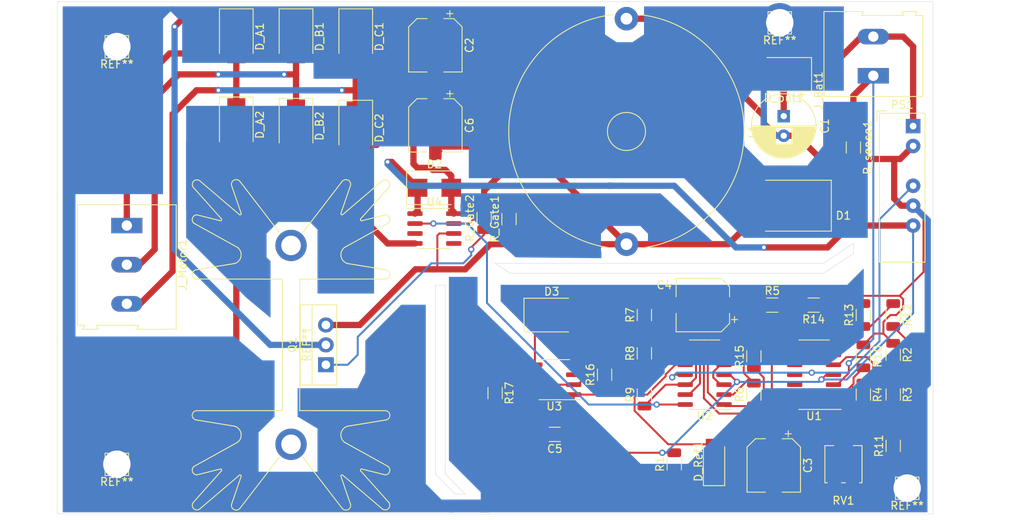
<source format=kicad_pcb>
(kicad_pcb (version 20171130) (host pcbnew "(5.1.8)-1")
  (layers (0 F.Cu signal) (31 B.Cu signal) (34 B.Paste user) (35 F.Paste user) (36 B.SilkS user) (37 F.SilkS user) (38 B.Mask user) (39 F.Mask user) (44 Edge.Cuts user))
  (net 0 "")
  (net 1 "Net-(C1-Pad1)")
  (net 2 "Net-(C2-Pad1)")
  (net 3 "Net-(R2-Pad2)")
  (net 4 GND)
  (net 5 "Net-(C3-Pad1)")
  (net 6 "Net-(C4-Pad2)")
  (net 7 "Net-(C4-Pad1)")
  (net 8 PWM_REF)
  (net 9 "Net-(C6-Pad2)")
  (net 10 "Net-(C6-Pad1)")
  (net 11 +12V)
  (net 12 "Net-(D3-Pad2)")
  (net 13 "Net-(D3-Pad1)")
  (net 14 V_Bat)
  (net 15 "Net-(D_Ref1-Pad1)")
  (net 16 V_sense)
  (net 17 -12V)
  (net 18 "Net-(Q1-Pad1)")
  (net 19 "Net-(R3-Pad2)")
  (net 20 "Net-(R13-Pad2)")
  (net 21 "Net-(R5-Pad1)")
  (net 22 "Net-(R6-Pad1)")
  (net 23 "Net-(R15-Pad1)")
  (net 24 "Net-(R8-Pad1)")
  (net 25 "Net-(R9-Pad1)")
  (net 26 "Net-(R10-Pad2)")
  (net 27 "Net-(R11-Pad1)")
  (net 28 "Net-(R12-Pad1)")
  (net 29 "Net-(R17-Pad2)")
  (net 30 "Net-(R_Gate1-Pad2)")
  (net 31 PWM_Gen)
  (net 32 "Net-(U3-Pad4)")
  (net 33 "Net-(U4-Pad5)")
  (net 34 "Net-(U4-Pad3)")
  (net 35 "Net-(D_A1-Pad2)")
  (net 36 "Net-(D_B1-Pad2)")
  (net 37 "Net-(D_C1-Pad2)")
  (module Connector_Pin:Pin_D1.4mm_L8.5mm_W2.8mm_FlatFork (layer F.Cu) (at 208.788 74.168)
    (fp_text reference REF** (at 0 2.25) (layer F.SilkS))
    (fp_text value Pin_D1.4mm_L8.5mm_W2.8mm_FlatFork)
    (pad 1 thru_hole circle (at 0 0) (size 5 5) (drill 3.5) (layers *.Cu *.Mask) (net 4 GND))
  )
  (module Connector_Pin:Pin_D1.4mm_L8.5mm_W2.8mm_FlatFork (layer F.Cu) (at 192.532 14.732)
    (fp_text reference REF** (at 0 2.25) (layer F.SilkS))
    (fp_text value Pin_D1.4mm_L8.5mm_W2.8mm_FlatFork)
    (pad 1 thru_hole circle (at 0 0) (size 5 5) (drill 3.5) (layers *.Cu *.Mask) (net 4 GND))
  )
  (module Connector_Pin:Pin_D1.4mm_L8.5mm_W2.8mm_FlatFork (layer F.Cu) (at 107.95 17.78)
    (fp_text reference REF** (at 0 2.25) (layer F.SilkS))
    (fp_text value Pin_D1.4mm_L8.5mm_W2.8mm_FlatFork)
    (pad 1 thru_hole circle (at 0 0) (size 5 5) (drill 3.5) (layers *.Cu *.Mask) (net 4 GND))
  )
  (module Connector_Pin:Pin_D1.4mm_L8.5mm_W2.8mm_FlatFork (layer F.Cu) (at 107.95 71.12)
    (fp_text reference REF** (at 0 2.25) (layer F.SilkS))
    (fp_text value Pin_D1.4mm_L8.5mm_W2.8mm_FlatFork)
    (pad 1 thru_hole circle (at 0 0) (size 5 5) (drill 3.5) (layers *.Cu *.Mask) (net 4 GND))
  )
  (module Inductor_THT:L_Radial_D29.8mm_P28.80mm_muRATA_1400series (layer F.Cu) (at 172.974 14.224 270)
    (fp_text reference L1 (at 14.4 -16.15 90) (layer F.SilkS))
    (fp_text value L)
    (pad 2 thru_hole circle (at 28.8 0 270) (size 3 3) (drill 1.5) (layers *.Cu *.Mask) (net 9 "Net-(C6-Pad2)"))
    (pad 1 thru_hole circle (at 0 0 270) (size 3 3) (drill 1.5) (layers *.Cu *.Mask) (net 1 "Net-(C1-Pad1)"))
  )
  (module Package_SO:SOIC-8_3.9x4.9mm_P1.27mm (layer F.Cu) (at 148.463 41.021)
    (fp_text reference U4 (at 0 -3.4) (layer F.SilkS))
    (fp_text value FAN7371)
    (pad 8 smd roundrect (at 2.475 -1.905) (size 1.95 0.6) (layers F.Cu F.Paste F.Mask) (net 10 "Net-(C6-Pad1)"))
    (pad 7 smd roundrect (at 2.475 -0.635) (size 1.95 0.6) (layers F.Cu F.Paste F.Mask) (net 30 "Net-(R_Gate1-Pad2)"))
    (pad 6 smd roundrect (at 2.475 0.635) (size 1.95 0.6) (layers F.Cu F.Paste F.Mask) (net 9 "Net-(C6-Pad2)"))
    (pad 5 smd roundrect (at 2.475 1.905) (size 1.95 0.6) (layers F.Cu F.Paste F.Mask) (net 33 "Net-(U4-Pad5)"))
    (pad 4 smd roundrect (at -2.475 1.905) (size 1.95 0.6) (layers F.Cu F.Paste F.Mask) (net 4 GND))
    (pad 3 smd roundrect (at -2.475 0.635) (size 1.95 0.6) (layers F.Cu F.Paste F.Mask) (net 34 "Net-(U4-Pad3)"))
    (pad 2 smd roundrect (at -2.475 -0.635) (size 1.95 0.6) (layers F.Cu F.Paste F.Mask) (net 31 PWM_Gen))
    (pad 1 smd roundrect (at -2.475 -1.905) (size 1.95 0.6) (layers F.Cu F.Paste F.Mask) (net 11 +12V))
  )
  (module Diode_SMD:D_SMB (layer F.Cu) (at 138.43 28.185 270)
    (fp_text reference D_C2 (at 0 -3 90) (layer F.SilkS))
    (fp_text value D_Small)
    (pad 2 smd rect (at 2.15 0 270) (size 2.5 2.3) (layers F.Cu F.Paste F.Mask) (net 4 GND))
    (pad 1 smd rect (at -2.15 0 270) (size 2.5 2.3) (layers F.Cu F.Paste F.Mask) (net 37 "Net-(D_C1-Pad2)"))
  )
  (module Diode_SMD:D_SMB (layer F.Cu) (at 138.43 16.51 270)
    (fp_text reference D_C1 (at 0 -3 90) (layer F.SilkS))
    (fp_text value D_Small)
    (pad 2 smd rect (at 2.15 0 270) (size 2.5 2.3) (layers F.Cu F.Paste F.Mask) (net 37 "Net-(D_C1-Pad2)"))
    (pad 1 smd rect (at -2.15 0 270) (size 2.5 2.3) (layers F.Cu F.Paste F.Mask) (net 2 "Net-(C2-Pad1)"))
  )
  (module Diode_SMD:D_SMB (layer F.Cu) (at 130.81 27.94 270)
    (fp_text reference D_B2 (at 0 -3 90) (layer F.SilkS))
    (fp_text value D_Small)
    (pad 2 smd rect (at 2.15 0 270) (size 2.5 2.3) (layers F.Cu F.Paste F.Mask) (net 4 GND))
    (pad 1 smd rect (at -2.15 0 270) (size 2.5 2.3) (layers F.Cu F.Paste F.Mask) (net 36 "Net-(D_B1-Pad2)"))
  )
  (module Diode_SMD:D_SMB (layer F.Cu) (at 130.81 16.51 270)
    (fp_text reference D_B1 (at 0 -3 90) (layer F.SilkS))
    (fp_text value D_Small)
    (pad 2 smd rect (at 2.15 0 270) (size 2.5 2.3) (layers F.Cu F.Paste F.Mask) (net 36 "Net-(D_B1-Pad2)"))
    (pad 1 smd rect (at -2.15 0 270) (size 2.5 2.3) (layers F.Cu F.Paste F.Mask) (net 2 "Net-(C2-Pad1)"))
  )
  (module Diode_SMD:D_SMB (layer F.Cu) (at 123.19 27.775 270)
    (fp_text reference D_A2 (at 0 -3 90) (layer F.SilkS))
    (fp_text value D_Small)
    (pad 2 smd rect (at 2.15 0 270) (size 2.5 2.3) (layers F.Cu F.Paste F.Mask) (net 4 GND))
    (pad 1 smd rect (at -2.15 0 270) (size 2.5 2.3) (layers F.Cu F.Paste F.Mask) (net 35 "Net-(D_A1-Pad2)"))
  )
  (module Diode_SMD:D_SMB (layer F.Cu) (at 123.19 16.51 270)
    (fp_text reference D_A1 (at 0 -3 90) (layer F.SilkS))
    (fp_text value D_Small)
    (pad 2 smd rect (at 2.15 0 270) (size 2.5 2.3) (layers F.Cu F.Paste F.Mask) (net 35 "Net-(D_A1-Pad2)"))
    (pad 1 smd rect (at -2.15 0 270) (size 2.5 2.3) (layers F.Cu F.Paste F.Mask) (net 2 "Net-(C2-Pad1)"))
  )
  (module TerminalBlock:TerminalBlock_Altech_AK300-3_P5.00mm (layer F.Cu) (at 109.22 40.64 270)
    (fp_text reference J_Motor1 (at 5 -7.1 90) (layer F.SilkS))
    (fp_text value Conn_01x03_Male)
    (pad 3 thru_hole oval (at 10 0 270) (size 1.98 3.96) (drill 1.32) (layers *.Cu *.Mask) (net 37 "Net-(D_C1-Pad2)"))
    (pad 2 thru_hole oval (at 5 0 270) (size 1.98 3.96) (drill 1.32) (layers *.Cu *.Mask) (net 36 "Net-(D_B1-Pad2)"))
    (pad 1 thru_hole rect (at 0 0 270) (size 1.98 3.96) (drill 1.32) (layers *.Cu *.Mask) (net 35 "Net-(D_A1-Pad2)"))
  )
  (module Heatsink:Heatsink_Fischer_SK129-STS_42x25mm_2xDrill2.5mm (layer F.Cu) (at 130.175 55.88 270)
    (fp_text reference REF** (at 0 -2 90) (layer F.SilkS))
    (fp_text value Heatsink_Fischer_SK129-STS_42x25mm_2xDrill2.5mm)
    (pad 1 thru_hole circle (at -12.7 0 90) (size 4 4) (drill 2.5) (layers *.Cu *.Mask))
    (pad 1 thru_hole circle (at 12.7 0 270) (size 4 4) (drill 2.5) (layers *.Cu *.Mask))
  )
  (module Capacitor_SMD:C_1206_3216Metric (layer F.Cu) (at 163.83 67.31 180)
    (fp_text reference C5 (at 0 -1.85) (layer F.SilkS))
    (fp_text value C_Small)
    (pad 2 smd roundrect (at 1.475 0 180) (size 1.15 1.8) (layers F.Cu F.Paste F.Mask) (roundrect_rratio 0.217391) (net 8 PWM_REF))
    (pad 1 smd roundrect (at -1.475 0 180) (size 1.15 1.8) (layers F.Cu F.Paste F.Mask) (roundrect_rratio 0.217391) (net 4 GND))
  )
  (module Package_SO:SOIC-8_3.9x4.9mm_P1.27mm (layer F.Cu) (at 163.765 60.325 180)
    (fp_text reference U3 (at 0 -3.4) (layer F.SilkS))
    (fp_text value NA555D)
    (pad 8 smd roundrect (at 2.475 -1.905 180) (size 1.95 0.6) (layers F.Cu F.Paste F.Mask) (net 11 +12V))
    (pad 7 smd roundrect (at 2.475 -0.635 180) (size 1.95 0.6) (layers F.Cu F.Paste F.Mask) (net 29 "Net-(R17-Pad2)"))
    (pad 6 smd roundrect (at 2.475 0.635 180) (size 1.95 0.6) (layers F.Cu F.Paste F.Mask) (net 8 PWM_REF))
    (pad 5 smd roundrect (at 2.475 1.905 180) (size 1.95 0.6) (layers F.Cu F.Paste F.Mask) (net 13 "Net-(D3-Pad1)"))
    (pad 4 smd roundrect (at -2.475 1.905 180) (size 1.95 0.6) (layers F.Cu F.Paste F.Mask) (net 32 "Net-(U3-Pad4)"))
    (pad 3 smd roundrect (at -2.475 0.635 180) (size 1.95 0.6) (layers F.Cu F.Paste F.Mask) (net 12 "Net-(D3-Pad2)"))
    (pad 2 smd roundrect (at -2.475 -0.635 180) (size 1.95 0.6) (layers F.Cu F.Paste F.Mask) (net 8 PWM_REF))
    (pad 1 smd roundrect (at -2.475 -1.905 180) (size 1.95 0.6) (layers F.Cu F.Paste F.Mask) (net 4 GND))
  )
  (module Package_SO:SOIC-14_3.9x8.7mm_P1.27mm (layer F.Cu) (at 182.945 59.69 180)
    (fp_text reference U2 (at 0 -5.28) (layer F.SilkS))
    (fp_text value TL084)
    (pad 14 smd roundrect (at 2.475 -3.81 180) (size 1.95 0.6) (layers F.Cu F.Paste F.Mask) (net 31 PWM_Gen))
    (pad 13 smd roundrect (at 2.475 -2.54 180) (size 1.95 0.6) (layers F.Cu F.Paste F.Mask) (net 8 PWM_REF))
    (pad 12 smd roundrect (at 2.475 -1.27 180) (size 1.95 0.6) (layers F.Cu F.Paste F.Mask) (net 25 "Net-(R9-Pad1)"))
    (pad 11 smd roundrect (at 2.475 0 180) (size 1.95 0.6) (layers F.Cu F.Paste F.Mask) (net 17 -12V))
    (pad 10 smd roundrect (at 2.475 1.27 180) (size 1.95 0.6) (layers F.Cu F.Paste F.Mask) (net 4 GND))
    (pad 9 smd roundrect (at 2.475 2.54 180) (size 1.95 0.6) (layers F.Cu F.Paste F.Mask) (net 24 "Net-(R8-Pad1)"))
    (pad 8 smd roundrect (at 2.475 3.81 180) (size 1.95 0.6) (layers F.Cu F.Paste F.Mask) (net 25 "Net-(R9-Pad1)"))
    (pad 7 smd roundrect (at -2.475 3.81 180) (size 1.95 0.6) (layers F.Cu F.Paste F.Mask) (net 7 "Net-(C4-Pad1)"))
    (pad 6 smd roundrect (at -2.475 2.54 180) (size 1.95 0.6) (layers F.Cu F.Paste F.Mask) (net 6 "Net-(C4-Pad2)"))
    (pad 5 smd roundrect (at -2.475 1.27 180) (size 1.95 0.6) (layers F.Cu F.Paste F.Mask) (net 4 GND))
    (pad 4 smd roundrect (at -2.475 0 180) (size 1.95 0.6) (layers F.Cu F.Paste F.Mask) (net 11 +12V))
    (pad 3 smd roundrect (at -2.475 -1.27 180) (size 1.95 0.6) (layers F.Cu F.Paste F.Mask) (net 4 GND))
    (pad 2 smd roundrect (at -2.475 -2.54 180) (size 1.95 0.6) (layers F.Cu F.Paste F.Mask) (net 21 "Net-(R5-Pad1)"))
    (pad 1 smd roundrect (at -2.475 -3.81 180) (size 1.95 0.6) (layers F.Cu F.Paste F.Mask) (net 22 "Net-(R6-Pad1)"))
  )
  (module Package_SO:SOIC-14_3.9x8.7mm_P1.27mm (layer F.Cu) (at 196.915 59.69 180)
    (fp_text reference U1 (at 0 -5.28) (layer F.SilkS))
    (fp_text value TL084)
    (pad 14 smd roundrect (at 2.475 -3.81 180) (size 1.95 0.6) (layers F.Cu F.Paste F.Mask))
    (pad 13 smd roundrect (at 2.475 -2.54 180) (size 1.95 0.6) (layers F.Cu F.Paste F.Mask))
    (pad 12 smd roundrect (at 2.475 -1.27 180) (size 1.95 0.6) (layers F.Cu F.Paste F.Mask))
    (pad 11 smd roundrect (at 2.475 0 180) (size 1.95 0.6) (layers F.Cu F.Paste F.Mask) (net 17 -12V))
    (pad 10 smd roundrect (at 2.475 1.27 180) (size 1.95 0.6) (layers F.Cu F.Paste F.Mask))
    (pad 9 smd roundrect (at 2.475 2.54 180) (size 1.95 0.6) (layers F.Cu F.Paste F.Mask))
    (pad 8 smd roundrect (at 2.475 3.81 180) (size 1.95 0.6) (layers F.Cu F.Paste F.Mask))
    (pad 7 smd roundrect (at -2.475 3.81 180) (size 1.95 0.6) (layers F.Cu F.Paste F.Mask) (net 20 "Net-(R13-Pad2)"))
    (pad 6 smd roundrect (at -2.475 2.54 180) (size 1.95 0.6) (layers F.Cu F.Paste F.Mask) (net 28 "Net-(R12-Pad1)"))
    (pad 5 smd roundrect (at -2.475 1.27 180) (size 1.95 0.6) (layers F.Cu F.Paste F.Mask) (net 19 "Net-(R3-Pad2)"))
    (pad 4 smd roundrect (at -2.475 0 180) (size 1.95 0.6) (layers F.Cu F.Paste F.Mask) (net 11 +12V))
    (pad 3 smd roundrect (at -2.475 -1.27 180) (size 1.95 0.6) (layers F.Cu F.Paste F.Mask) (net 16 V_sense))
    (pad 2 smd roundrect (at -2.475 -2.54 180) (size 1.95 0.6) (layers F.Cu F.Paste F.Mask) (net 26 "Net-(R10-Pad2)"))
    (pad 1 smd roundrect (at -2.475 -3.81 180) (size 1.95 0.6) (layers F.Cu F.Paste F.Mask) (net 27 "Net-(R11-Pad1)"))
  )
  (module Potentiometer_SMD:Potentiometer_Bourns_3314G_Vertical (layer F.Cu) (at 200.66 71.12 180)
    (fp_text reference RV1 (at 0 -4.65) (layer F.SilkS))
    (fp_text value R_POT_TRIM_US)
    (pad 3 smd rect (at -1.15 -2.75 180) (size 1.3 1.3) (layers F.Cu F.Paste F.Mask) (net 3 "Net-(R2-Pad2)"))
    (pad 2 smd rect (at 0 2.75 180) (size 2 1.3) (layers F.Cu F.Paste F.Mask) (net 5 "Net-(C3-Pad1)"))
    (pad 1 smd rect (at 1.15 -2.75 180) (size 1.3 1.3) (layers F.Cu F.Paste F.Mask) (net 15 "Net-(D_Ref1-Pad1)"))
  )
  (module Resistor_SMD:R_1206_3216Metric (layer F.Cu) (at 201.93 30.6725 270)
    (fp_text reference R_sense1 (at 0 -1.82 90) (layer F.SilkS))
    (fp_text value R_Small_US)
    (pad 2 smd roundrect (at 1.4625 0 270) (size 1.125 1.75) (layers F.Cu F.Paste F.Mask) (roundrect_rratio 0.222222) (net 4 GND))
    (pad 1 smd roundrect (at -1.4625 0 270) (size 1.125 1.75) (layers F.Cu F.Paste F.Mask) (roundrect_rratio 0.222222) (net 16 V_sense))
  )
  (module Resistor_SMD:R_1206_3216Metric (layer F.Cu) (at 154.813 39.6895 90)
    (fp_text reference R_Gate2 (at 0 -1.82 90) (layer F.SilkS))
    (fp_text value R_Small_US)
    (pad 2 smd roundrect (at 1.4625 0 90) (size 1.125 1.75) (layers F.Cu F.Paste F.Mask) (roundrect_rratio 0.222222) (net 9 "Net-(C6-Pad2)"))
    (pad 1 smd roundrect (at -1.4625 0 90) (size 1.125 1.75) (layers F.Cu F.Paste F.Mask) (roundrect_rratio 0.222222) (net 18 "Net-(Q1-Pad1)"))
  )
  (module Resistor_SMD:R_1206_3216Metric (layer F.Cu) (at 157.988 39.8165 90)
    (fp_text reference R_Gate1 (at 0 -1.82 90) (layer F.SilkS))
    (fp_text value R_Small_US)
    (pad 2 smd roundrect (at 1.4625 0 90) (size 1.125 1.75) (layers F.Cu F.Paste F.Mask) (roundrect_rratio 0.222222) (net 30 "Net-(R_Gate1-Pad2)"))
    (pad 1 smd roundrect (at -1.4625 0 90) (size 1.125 1.75) (layers F.Cu F.Paste F.Mask) (roundrect_rratio 0.222222) (net 18 "Net-(Q1-Pad1)"))
  )
  (module Resistor_SMD:R_1206_3216Metric (layer F.Cu) (at 156.21 62.0375 270)
    (fp_text reference R17 (at 0 -1.82 90) (layer F.SilkS))
    (fp_text value R_Small_US)
    (pad 2 smd roundrect (at 1.4625 0 270) (size 1.125 1.75) (layers F.Cu F.Paste F.Mask) (roundrect_rratio 0.222222) (net 29 "Net-(R17-Pad2)"))
    (pad 1 smd roundrect (at -1.4625 0 270) (size 1.125 1.75) (layers F.Cu F.Paste F.Mask) (roundrect_rratio 0.222222) (net 8 PWM_REF))
  )
  (module Resistor_SMD:R_1206_3216Metric (layer F.Cu) (at 170.18 59.69 90)
    (fp_text reference R16 (at 0 -1.82 90) (layer F.SilkS))
    (fp_text value R_Small_US)
    (pad 2 smd roundrect (at 1.4625 0 90) (size 1.125 1.75) (layers F.Cu F.Paste F.Mask) (roundrect_rratio 0.222222) (net 12 "Net-(D3-Pad2)"))
    (pad 1 smd roundrect (at -1.4625 0 90) (size 1.125 1.75) (layers F.Cu F.Paste F.Mask) (roundrect_rratio 0.222222) (net 4 GND))
  )
  (module Resistor_SMD:R_1206_3216Metric (layer F.Cu) (at 189.23 57.3425 90)
    (fp_text reference R15 (at 0 -1.82 90) (layer F.SilkS))
    (fp_text value R_Small_US)
    (pad 2 smd roundrect (at 1.4625 0 90) (size 1.125 1.75) (layers F.Cu F.Paste F.Mask) (roundrect_rratio 0.222222) (net 7 "Net-(C4-Pad1)"))
    (pad 1 smd roundrect (at -1.4625 0 90) (size 1.125 1.75) (layers F.Cu F.Paste F.Mask) (roundrect_rratio 0.222222) (net 23 "Net-(R15-Pad1)"))
  )
  (module Resistor_SMD:R_1206_3216Metric (layer F.Cu) (at 196.85 50.8 180)
    (fp_text reference R14 (at 0 -1.82) (layer F.SilkS))
    (fp_text value R_Small_US)
    (pad 2 smd roundrect (at 1.4625 0 180) (size 1.125 1.75) (layers F.Cu F.Paste F.Mask) (roundrect_rratio 0.222222) (net 20 "Net-(R13-Pad2)"))
    (pad 1 smd roundrect (at -1.4625 0 180) (size 1.125 1.75) (layers F.Cu F.Paste F.Mask) (roundrect_rratio 0.222222) (net 6 "Net-(C4-Pad2)"))
  )
  (module Resistor_SMD:R_1206_3216Metric (layer F.Cu) (at 203.2 52.07 90)
    (fp_text reference R13 (at 0 -1.82 90) (layer F.SilkS))
    (fp_text value R_Small_US)
    (pad 2 smd roundrect (at 1.4625 0 90) (size 1.125 1.75) (layers F.Cu F.Paste F.Mask) (roundrect_rratio 0.222222) (net 20 "Net-(R13-Pad2)"))
    (pad 1 smd roundrect (at -1.4625 0 90) (size 1.125 1.75) (layers F.Cu F.Paste F.Mask) (roundrect_rratio 0.222222) (net 28 "Net-(R12-Pad1)"))
  )
  (module Resistor_SMD:R_1206_3216Metric (layer F.Cu) (at 207.01 52.07 270)
    (fp_text reference R12 (at 0 -1.82 90) (layer F.SilkS))
    (fp_text value R_Small_US)
    (pad 2 smd roundrect (at 1.4625 0 270) (size 1.125 1.75) (layers F.Cu F.Paste F.Mask) (roundrect_rratio 0.222222) (net 27 "Net-(R11-Pad1)"))
    (pad 1 smd roundrect (at -1.4625 0 270) (size 1.125 1.75) (layers F.Cu F.Paste F.Mask) (roundrect_rratio 0.222222) (net 28 "Net-(R12-Pad1)"))
  )
  (module Resistor_SMD:R_1206_3216Metric (layer F.Cu) (at 207.01 68.7725 90)
    (fp_text reference R11 (at 0 -1.82 90) (layer F.SilkS))
    (fp_text value R_Small_US)
    (pad 2 smd roundrect (at 1.4625 0 90) (size 1.125 1.75) (layers F.Cu F.Paste F.Mask) (roundrect_rratio 0.222222) (net 26 "Net-(R10-Pad2)"))
    (pad 1 smd roundrect (at -1.4625 0 90) (size 1.125 1.75) (layers F.Cu F.Paste F.Mask) (roundrect_rratio 0.222222) (net 27 "Net-(R11-Pad1)"))
  )
  (module Resistor_SMD:R_1206_3216Metric (layer F.Cu) (at 203.2 57.3425 270)
    (fp_text reference R10 (at 0 -1.82 90) (layer F.SilkS))
    (fp_text value R_Small_US)
    (pad 2 smd roundrect (at 1.4625 0 270) (size 1.125 1.75) (layers F.Cu F.Paste F.Mask) (roundrect_rratio 0.222222) (net 26 "Net-(R10-Pad2)"))
    (pad 1 smd roundrect (at -1.4625 0 270) (size 1.125 1.75) (layers F.Cu F.Paste F.Mask) (roundrect_rratio 0.222222) (net 4 GND))
  )
  (module Resistor_SMD:R_1206_3216Metric (layer F.Cu) (at 175.26 62.23 90)
    (fp_text reference R9 (at 0 -1.82 90) (layer F.SilkS))
    (fp_text value R_Small_US)
    (pad 2 smd roundrect (at 1.4625 0 90) (size 1.125 1.75) (layers F.Cu F.Paste F.Mask) (roundrect_rratio 0.222222) (net 24 "Net-(R8-Pad1)"))
    (pad 1 smd roundrect (at -1.4625 0 90) (size 1.125 1.75) (layers F.Cu F.Paste F.Mask) (roundrect_rratio 0.222222) (net 25 "Net-(R9-Pad1)"))
  )
  (module Resistor_SMD:R_1206_3216Metric (layer F.Cu) (at 175.26 56.9575 90)
    (fp_text reference R8 (at 0 -1.82 90) (layer F.SilkS))
    (fp_text value R_Small_US)
    (pad 2 smd roundrect (at 1.4625 0 90) (size 1.125 1.75) (layers F.Cu F.Paste F.Mask) (roundrect_rratio 0.222222) (net 23 "Net-(R15-Pad1)"))
    (pad 1 smd roundrect (at -1.4625 0 90) (size 1.125 1.75) (layers F.Cu F.Paste F.Mask) (roundrect_rratio 0.222222) (net 24 "Net-(R8-Pad1)"))
  )
  (module Resistor_SMD:R_1206_3216Metric (layer F.Cu) (at 175.26 52.07 90)
    (fp_text reference R7 (at 0 -1.82 90) (layer F.SilkS))
    (fp_text value R_Small_US)
    (pad 2 smd roundrect (at 1.4625 0 90) (size 1.125 1.75) (layers F.Cu F.Paste F.Mask) (roundrect_rratio 0.222222) (net 22 "Net-(R6-Pad1)"))
    (pad 1 smd roundrect (at -1.4625 0 90) (size 1.125 1.75) (layers F.Cu F.Paste F.Mask) (roundrect_rratio 0.222222) (net 23 "Net-(R15-Pad1)"))
  )
  (module Resistor_SMD:R_1206_3216Metric (layer F.Cu) (at 189.23 62.23 90)
    (fp_text reference R6 (at 0 -1.82 90) (layer F.SilkS))
    (fp_text value R_Small_US)
    (pad 2 smd roundrect (at 1.4625 0 90) (size 1.125 1.75) (layers F.Cu F.Paste F.Mask) (roundrect_rratio 0.222222) (net 21 "Net-(R5-Pad1)"))
    (pad 1 smd roundrect (at -1.4625 0 90) (size 1.125 1.75) (layers F.Cu F.Paste F.Mask) (roundrect_rratio 0.222222) (net 22 "Net-(R6-Pad1)"))
  )
  (module Resistor_SMD:R_1206_3216Metric (layer F.Cu) (at 191.578 50.8)
    (fp_text reference R5 (at 0 -1.82) (layer F.SilkS))
    (fp_text value R_Small_US)
    (pad 2 smd roundrect (at 1.4625 0) (size 1.125 1.75) (layers F.Cu F.Paste F.Mask) (roundrect_rratio 0.222222) (net 20 "Net-(R13-Pad2)"))
    (pad 1 smd roundrect (at -1.4625 0) (size 1.125 1.75) (layers F.Cu F.Paste F.Mask) (roundrect_rratio 0.222222) (net 21 "Net-(R5-Pad1)"))
  )
  (module Resistor_SMD:R_1206_3216Metric (layer F.Cu) (at 203.2 62.23 270)
    (fp_text reference R4 (at 0 -1.82 90) (layer F.SilkS))
    (fp_text value R_Small_US)
    (pad 2 smd roundrect (at 1.4625 0 270) (size 1.125 1.75) (layers F.Cu F.Paste F.Mask) (roundrect_rratio 0.222222) (net 5 "Net-(C3-Pad1)"))
    (pad 1 smd roundrect (at -1.4625 0 270) (size 1.125 1.75) (layers F.Cu F.Paste F.Mask) (roundrect_rratio 0.222222) (net 19 "Net-(R3-Pad2)"))
  )
  (module Resistor_SMD:R_1206_3216Metric (layer F.Cu) (at 207.01 62.23 270)
    (fp_text reference R3 (at 0 -1.82 90) (layer F.SilkS))
    (fp_text value R_Small_US)
    (pad 2 smd roundrect (at 1.4625 0 270) (size 1.125 1.75) (layers F.Cu F.Paste F.Mask) (roundrect_rratio 0.222222) (net 19 "Net-(R3-Pad2)"))
    (pad 1 smd roundrect (at -1.4625 0 270) (size 1.125 1.75) (layers F.Cu F.Paste F.Mask) (roundrect_rratio 0.222222) (net 4 GND))
  )
  (module Resistor_SMD:R_1206_3216Metric (layer F.Cu) (at 207.01 57.15 270)
    (fp_text reference R2 (at 0 -1.82 90) (layer F.SilkS))
    (fp_text value R_Small_US)
    (pad 2 smd roundrect (at 1.4625 0 270) (size 1.125 1.75) (layers F.Cu F.Paste F.Mask) (roundrect_rratio 0.222222) (net 3 "Net-(R2-Pad2)"))
    (pad 1 smd roundrect (at -1.4625 0 270) (size 1.125 1.75) (layers F.Cu F.Paste F.Mask) (roundrect_rratio 0.222222) (net 4 GND))
  )
  (module Resistor_SMD:R_1206_3216Metric (layer F.Cu) (at 179.07 71.12 90)
    (fp_text reference R1 (at 0 -1.82 90) (layer F.SilkS))
    (fp_text value R_Small_US)
    (pad 2 smd roundrect (at 1.4625 0 90) (size 1.125 1.75) (layers F.Cu F.Paste F.Mask) (roundrect_rratio 0.222222) (net 11 +12V))
    (pad 1 smd roundrect (at -1.4625 0 90) (size 1.125 1.75) (layers F.Cu F.Paste F.Mask) (roundrect_rratio 0.222222) (net 15 "Net-(D_Ref1-Pad1)"))
  )
  (module Package_TO_SOT_THT:TO-220-3_Vertical (layer F.Cu) (at 134.62 58.42 90)
    (fp_text reference Q1 (at 2.54 -4.27 90) (layer F.SilkS))
    (fp_text value Q_NMOS_GDS)
    (pad 3 thru_hole oval (at 5.08 0 90) (size 1.905 2) (drill 1.1) (layers *.Cu *.Mask) (net 9 "Net-(C6-Pad2)"))
    (pad 2 thru_hole oval (at 2.54 0 90) (size 1.905 2) (drill 1.1) (layers *.Cu *.Mask) (net 2 "Net-(C2-Pad1)"))
    (pad 1 thru_hole rect (at 0 0 90) (size 1.905 2) (drill 1.1) (layers *.Cu *.Mask) (net 18 "Net-(Q1-Pad1)"))
  )
  (module Converter_DCDC:Converter_DCDC_XP_POWER-IAxxxxS_THT (layer F.Cu) (at 209.55 27.94)
    (fp_text reference PS1 (at -1.39 -2.73) (layer F.SilkS))
    (fp_text value IA2412S)
    (pad 6 thru_hole circle (at 0 12.7) (size 1.85 1.85) (drill 0.85) (layers *.Cu *.Mask) (net 11 +12V))
    (pad 5 thru_hole circle (at 0 10.16) (size 1.85 1.85) (drill 0.85) (layers *.Cu *.Mask) (net 4 GND))
    (pad 4 thru_hole circle (at 0 7.62) (size 1.85 1.85) (drill 0.85) (layers *.Cu *.Mask) (net 17 -12V))
    (pad 2 thru_hole circle (at 0 2.54) (size 1.85 1.85) (drill 0.85) (layers *.Cu *.Mask) (net 4 GND))
    (pad 1 thru_hole rect (at 0 0) (size 1.85 1.85) (drill 0.85) (layers *.Cu *.Mask) (net 14 V_Bat))
  )
  (module TerminalBlock:TerminalBlock_Altech_AK300-2_P5.00mm (layer F.Cu) (at 204.47 21.51 90)
    (fp_text reference J_Bat1 (at -1.92 -6.99 90) (layer F.SilkS))
    (fp_text value Conn_01x02_Female)
    (pad 2 thru_hole oval (at 5 0 90) (size 1.98 3.96) (drill 1.32) (layers *.Cu *.Mask) (net 14 V_Bat))
    (pad 1 thru_hole rect (at 0 0 90) (size 1.98 3.96) (drill 1.32) (layers *.Cu *.Mask) (net 16 V_sense))
  )
  (module Diode_SMD:D_SOD-128 (layer F.Cu) (at 184.15 70.78 90)
    (fp_text reference D_Ref1 (at 0 -2 90) (layer F.SilkS))
    (fp_text value D_Zener_Small)
    (pad 2 smd rect (at 2.2 0 90) (size 1.4 2.1) (layers F.Cu F.Paste F.Mask) (net 4 GND))
    (pad 1 smd rect (at -2.2 0 90) (size 1.4 2.1) (layers F.Cu F.Paste F.Mask) (net 15 "Net-(D_Ref1-Pad1)"))
  )
  (module Diode_SMD:D_SMB (layer F.Cu) (at 193.04 21.336 180)
    (fp_text reference D_out1 (at 0 -3) (layer F.SilkS))
    (fp_text value D_Schottky)
    (pad 2 smd rect (at 2.15 0 180) (size 2.5 2.3) (layers F.Cu F.Paste F.Mask) (net 1 "Net-(C1-Pad1)"))
    (pad 1 smd rect (at -2.15 0 180) (size 2.5 2.3) (layers F.Cu F.Paste F.Mask) (net 14 V_Bat))
  )
  (module Diode_SMD:D_SMB (layer F.Cu) (at 163.44 52.07)
    (fp_text reference D3 (at 0 -3) (layer F.SilkS))
    (fp_text value DIODE)
    (pad 2 smd rect (at 2.15 0) (size 2.5 2.3) (layers F.Cu F.Paste F.Mask) (net 12 "Net-(D3-Pad2)"))
    (pad 1 smd rect (at -2.15 0) (size 2.5 2.3) (layers F.Cu F.Paste F.Mask) (net 13 "Net-(D3-Pad1)"))
  )
  (module Diode_SMD:D_SMB (layer F.Cu) (at 148.472 35.814)
    (fp_text reference D2 (at 0 -3) (layer F.SilkS))
    (fp_text value DIODE)
    (pad 2 smd rect (at 2.15 0) (size 2.5 2.3) (layers F.Cu F.Paste F.Mask) (net 10 "Net-(C6-Pad1)"))
    (pad 1 smd rect (at -2.15 0) (size 2.5 2.3) (layers F.Cu F.Paste F.Mask) (net 11 +12V))
  )
  (module Diode_SMD:D_SMC (layer F.Cu) (at 194.31 38.1 180)
    (fp_text reference D1 (at -6.35 -1.27) (layer F.SilkS))
    (fp_text value DIODE)
    (pad 2 smd rect (at 3.4 0 270) (size 3.3 2.5) (layers F.Cu F.Paste F.Mask) (net 9 "Net-(C6-Pad2)"))
    (pad 1 smd rect (at -3.4 0 270) (size 3.3 2.5) (layers F.Cu F.Paste F.Mask) (net 4 GND))
  )
  (module Capacitor_SMD:CP_Elec_6.3x7.7 (layer F.Cu) (at 148.59 27.846 270)
    (fp_text reference C6 (at 0 -4.35 90) (layer F.SilkS))
    (fp_text value C_Small)
    (pad 2 smd roundrect (at 2.7 0 270) (size 3.5 1.6) (layers F.Cu F.Paste F.Mask) (roundrect_rratio 0.15625) (net 9 "Net-(C6-Pad2)"))
    (pad 1 smd roundrect (at -2.7 0 270) (size 3.5 1.6) (layers F.Cu F.Paste F.Mask) (roundrect_rratio 0.15625) (net 10 "Net-(C6-Pad1)"))
  )
  (module Capacitor_SMD:CP_Elec_6.3x7.7 (layer F.Cu) (at 182.72 50.8 180)
    (fp_text reference C4 (at 4.92 2.54) (layer F.SilkS))
    (fp_text value C_Small)
    (pad 2 smd roundrect (at 2.7 0 180) (size 3.5 1.6) (layers F.Cu F.Paste F.Mask) (roundrect_rratio 0.15625) (net 6 "Net-(C4-Pad2)"))
    (pad 1 smd roundrect (at -2.7 0 180) (size 3.5 1.6) (layers F.Cu F.Paste F.Mask) (roundrect_rratio 0.15625) (net 7 "Net-(C4-Pad1)"))
  )
  (module Capacitor_SMD:CP_Elec_6.3x7.7 (layer F.Cu) (at 191.77 71.28 270)
    (fp_text reference C3 (at 0 -4.35 90) (layer F.SilkS))
    (fp_text value C_Small)
    (pad 2 smd roundrect (at 2.7 0 270) (size 3.5 1.6) (layers F.Cu F.Paste F.Mask) (roundrect_rratio 0.15625) (net 4 GND))
    (pad 1 smd roundrect (at -2.7 0 270) (size 3.5 1.6) (layers F.Cu F.Paste F.Mask) (roundrect_rratio 0.15625) (net 5 "Net-(C3-Pad1)"))
  )
  (module Capacitor_SMD:CP_Elec_6.3x7.7 (layer F.Cu) (at 148.59 17.62 270)
    (fp_text reference C2 (at 0 -4.35 90) (layer F.SilkS))
    (fp_text value 100uF)
    (pad 2 smd roundrect (at 2.7 0 270) (size 3.5 1.6) (layers F.Cu F.Paste F.Mask) (roundrect_rratio 0.15625) (net 4 GND))
    (pad 1 smd roundrect (at -2.7 0 270) (size 3.5 1.6) (layers F.Cu F.Paste F.Mask) (roundrect_rratio 0.15625) (net 2 "Net-(C2-Pad1)"))
  )
  (module Capacitor_THT:CP_Radial_D8.0mm_P2.50mm (layer F.Cu) (at 193.04 26.67 270)
    (fp_text reference C1 (at 1.25 -5.25 90) (layer F.SilkS))
    (fp_text value 1mF)
    (pad 2 thru_hole circle (at 2.5 0 270) (size 1.6 1.6) (drill 0.8) (layers *.Cu *.Mask) (net 4 GND))
    (pad 1 thru_hole rect (at 0 0 270) (size 1.6 1.6) (drill 0.8) (layers *.Cu *.Mask) (net 1 "Net-(C1-Pad1)"))
  )
  (gr_poly (pts (xy 147.32 73.66) (xy 149.352 75.692) (xy 150.876 75.692) (xy 150.876 77.216) (xy 101.092 77.216) (xy 101.092 54.864) (xy 122.936 54.864) (xy 126.492 57.912) (xy 128.016 57.912) (xy 128.016 65.024) (xy 125.984 67.056) (xy 125.984 72.136) (xy 133.604 72.136) (xy 133.604 66.548) (xy 131.064 65.024) (xy 131.064 61.468) (xy 138.684 61.468) (xy 139.7 59.436) (xy 139.7 55.372) (xy 144.272 50.8) (xy 147.32 50.8)) (layer B.Cu) (width 0.1))
  (gr_poly (pts (xy 169.7228 43.9928) (xy 169.7228 44.7548) (xy 158.8516 44.6532) (xy 153.0096 39.4716) (xy 151.8412 39.4716) (xy 151.8412 37.846)) (layer B.Cu) (width 0.1))
  (gr_poly (pts (xy 140.716 49.276) (xy 133.604 49.276) (xy 133.604 41.148) (xy 132.588 40.132) (xy 140.716 30.48)) (layer B.Cu) (width 0.1))
  (gr_poly (pts (xy 140.208 40.132) (xy 128.524 40.132) (xy 127 41.656) (xy 127 44.704) (xy 127.508 45.212) (xy 127.508 52.324) (xy 124.46 49.784) (xy 116.84 42.164) (xy 116.84 29.972) (xy 140.208 29.464)) (layer B.Cu) (width 0.1))
  (gr_poly (pts (xy 170.18 13.208) (xy 114.808 13.208) (xy 114.808 12.7) (xy 170.18 12.7)) (layer B.Cu) (width 0.1))
  (gr_poly (pts (xy 154.432 13.208) (xy 154.432 30.48) (xy 140.208 30.48) (xy 140.208 38.608) (xy 116.84 38.608) (xy 116.84 25.4) (xy 138.684 25.4) (xy 138.684 21.844) (xy 133.096 21.844) (xy 133.096 19.812) (xy 116.332 19.812) (xy 116.332 14.224) (xy 115.824 14.224) (xy 114.808 13.208) (xy 114.808 12.7)) (layer B.Cu) (width 0.1))
  (gr_poly (pts (xy 102.616 54.864) (xy 101.092 54.864) (xy 101.092 36.576) (xy 102.616 36.576)) (layer B.Cu) (width 0.1))
  (gr_poly (pts (xy 155.448 77.216) (xy 150.368 77.216) (xy 150.368 75.692) (xy 155.448 75.692)) (layer B.Cu) (width 0.1))
  (gr_poly (pts (xy 183.896 42.672) (xy 175.768 42.672) (xy 175.768 41.656) (xy 174.752 40.64) (xy 170.688 40.64) (xy 169.672 41.656) (xy 169.672 44.45) (xy 151.892 37.846) (xy 151.892 36.576) (xy 177.292 36.576)) (layer B.Cu) (width 0.1))
  (gr_poly (pts (xy 171.196 48.26) (xy 201.168 48.26) (xy 203.2 46.228) (xy 203.2 54.864) (xy 198.628 58.42) (xy 178.308 58.42) (xy 177.8 58.928) (xy 177.8 59.436) (xy 175.26 61.976) (xy 175.26 62.484) (xy 169.164 62.484) (xy 156.972 50.292) (xy 156.972 48.26) (xy 158.496 48.26) (xy 164.592 48.26)) (layer B.Cu) (width 0.1))
  (gr_poly (pts (xy 153.924 50.8) (xy 174.752 71.12) (xy 180.848 71.12) (xy 190.5 61.468) (xy 201.676 61.468) (xy 209.296 54.356) (xy 211.328 54.356) (xy 211.328 77.216) (xy 154.432 77.216) (xy 154.432 74.676) (xy 150.368 70.612) (xy 150.368 47.244) (xy 153.924 47.244)) (layer B.Cu) (width 0.1))
  (gr_poly (pts (xy 200.66 23.368) (xy 188.976 23.368) (xy 187.96 24.892) (xy 187.96 30.48) (xy 190.5 33.02) (xy 196.088 33.02) (xy 198.12 30.48) (xy 198.12 24.892) (xy 203.708 24.892) (xy 203.708 42.164) (xy 187.96 42.164) (xy 180.34 34.544) (xy 152.908 34.544) (xy 152.908 14.224) (xy 151.892 13.208) (xy 170.18 13.208) (xy 170.18 16.256) (xy 171.704 17.272) (xy 173.736 17.272) (xy 175.26 16.256) (xy 175.26 12.7) (xy 200.66 12.7)) (layer B.Cu) (width 0.1))
  (gr_poly (pts (xy 114.808 13.208) (xy 113.792 14.224) (xy 113.792 36.576) (xy 101.092 36.576) (xy 101.092 12.7) (xy 114.808 12.7)) (layer B.Cu) (width 0.1))
  (gr_line (start 148.59 48.26) (end 149.86 48.26) (layer Edge.Cuts) (width 0.05))
  (gr_line (start 156.21 45.466) (end 158.115 46.736) (layer Edge.Cuts) (width 0.05))
  (gr_line (start 198.12 46.736) (end 158.115 46.736) (layer Edge.Cuts) (width 0.05))
  (gr_line (start 198.12 46.736) (end 201.93 44.196) (layer Edge.Cuts) (width 0.05))
  (gr_line (start 201.93 42.926) (end 201.93 44.196) (layer Edge.Cuts) (width 0.05))
  (gr_line (start 198.12 45.466) (end 201.93 42.926) (layer Edge.Cuts) (width 0.05))
  (gr_line (start 156.21 45.466) (end 198.12 45.466) (layer Edge.Cuts) (width 0.05))
  (gr_line (start 149.86 72.39) (end 149.86 48.26) (layer Edge.Cuts) (width 0.05))
  (gr_line (start 152.4 74.93) (end 149.86 72.39) (layer Edge.Cuts) (width 0.05))
  (gr_line (start 151.13 74.93) (end 152.4 74.93) (layer Edge.Cuts) (width 0.05))
  (gr_line (start 148.59 72.39) (end 151.13 74.93) (layer Edge.Cuts) (width 0.05))
  (gr_line (start 148.59 48.26) (end 148.59 72.39) (layer Edge.Cuts) (width 0.05))
  (gr_line (start 100.33 77.47) (end 100.33 12.065) (layer Edge.Cuts) (width 0.05))
  (gr_line (start 212.09 77.47) (end 100.33 77.47) (layer Edge.Cuts) (width 0.05))
  (gr_line (start 212.09 12.065) (end 212.09 77.47) (layer Edge.Cuts) (width 0.05))
  (gr_line (start 100.33 12.065) (end 212.09 12.065) (layer Edge.Cuts) (width 0.05))
  (segment (start 183.778 14.224) (end 190.89 21.336) (width 0.8) (layer F.Cu) (net 1))
  (segment (start 172.974 14.224) (end 183.778 14.224) (width 0.8) (layer F.Cu) (net 1))
  (segment (start 193.04 23.486) (end 190.89 21.336) (width 0.8) (layer F.Cu) (net 1))
  (segment (start 193.04 26.67) (end 193.04 23.486) (width 0.8) (layer F.Cu) (net 1))
  (segment (start 123.19 14.36) (end 130.81 14.36) (width 0.8) (layer F.Cu) (net 2))
  (segment (start 130.81 14.36) (end 138.43 14.36) (width 0.8) (layer F.Cu) (net 2))
  (segment (start 139.14 13.65) (end 138.43 14.36) (width 0.8) (layer F.Cu) (net 2))
  (segment (start 148.03 14.36) (end 148.59 14.92) (width 0.8) (layer F.Cu) (net 2))
  (segment (start 138.43 14.36) (end 148.03 14.36) (width 0.8) (layer F.Cu) (net 2))
  (segment (start 134.62 55.88) (end 127.508 55.88) (width 0.8) (layer B.Cu) (net 2))
  (segment (start 127.508 55.88) (end 115.316 43.688) (width 0.8) (layer B.Cu) (net 2))
  (via (at 115.316 15.24) (size 0.8) (drill 0.45) (layers F.Cu B.Cu) (net 2))
  (segment (start 115.316 43.688) (end 115.316 15.24) (width 0.8) (layer B.Cu) (net 2))
  (segment (start 115.316 15.24) (end 116.332 14.224) (width 0.8) (layer F.Cu) (net 2))
  (segment (start 123.054 14.224) (end 123.19 14.36) (width 0.8) (layer F.Cu) (net 2))
  (segment (start 116.332 14.224) (end 123.054 14.224) (width 0.8) (layer F.Cu) (net 2))
  (segment (start 201.81 73.87) (end 201.81 72.8447) (width 0.25) (layer F.Cu) (net 3))
  (segment (start 207.01 58.6125) (end 205.7316 59.8909) (width 0.25) (layer F.Cu) (net 3))
  (segment (start 205.7316 59.8909) (end 205.7316 61.3263) (width 0.25) (layer F.Cu) (net 3))
  (segment (start 205.7316 61.3263) (end 207.0793 62.674) (width 0.25) (layer F.Cu) (net 3))
  (segment (start 207.0793 62.674) (end 207.8211 62.674) (width 0.25) (layer F.Cu) (net 3))
  (segment (start 207.8211 62.674) (end 208.2661 63.119) (width 0.25) (layer F.Cu) (net 3))
  (segment (start 208.2661 63.119) (end 208.2661 67.8951) (width 0.25) (layer F.Cu) (net 3))
  (segment (start 208.2661 67.8951) (end 207.0161 69.1451) (width 0.25) (layer F.Cu) (net 3))
  (segment (start 207.0161 69.1451) (end 205.5096 69.1451) (width 0.25) (layer F.Cu) (net 3))
  (segment (start 205.5096 69.1451) (end 201.81 72.8447) (width 0.25) (layer F.Cu) (net 3))
  (segment (start 207.8356 49.6112) (end 201.9391 49.6112) (width 0.25) (layer F.Cu) (net 4))
  (segment (start 201.9391 49.6112) (end 199.4504 52.0999) (width 0.25) (layer F.Cu) (net 4))
  (segment (start 199.4504 52.0999) (end 197.7906 52.0999) (width 0.25) (layer F.Cu) (net 4))
  (segment (start 197.7906 52.0999) (end 196.3534 50.6627) (width 0.25) (layer F.Cu) (net 4))
  (segment (start 196.3534 50.6627) (end 196.3534 49.9316) (width 0.25) (layer F.Cu) (net 4))
  (segment (start 196.3534 49.9316) (end 195.9703 49.5485) (width 0.25) (layer F.Cu) (net 4))
  (segment (start 195.9703 49.5485) (end 192.3529 49.5485) (width 0.25) (layer F.Cu) (net 4))
  (segment (start 192.3529 49.5485) (end 191.5211 50.3803) (width 0.25) (layer F.Cu) (net 4))
  (segment (start 205.7575 54.435) (end 205.7575 52.9507) (width 0.25) (layer F.Cu) (net 4))
  (segment (start 205.7575 52.9507) (end 206.6382 52.07) (width 0.25) (layer F.Cu) (net 4))
  (segment (start 206.6382 52.07) (end 207.39 52.07) (width 0.25) (layer F.Cu) (net 4))
  (segment (start 207.39 52.07) (end 208.276 51.184) (width 0.25) (layer F.Cu) (net 4))
  (segment (start 208.276 51.184) (end 208.276 50.0516) (width 0.25) (layer F.Cu) (net 4))
  (segment (start 208.276 50.0516) (end 207.8356 49.6112) (width 0.25) (layer F.Cu) (net 4))
  (segment (start 207.8356 49.6112) (end 210.8728 46.574) (width 0.25) (layer F.Cu) (net 4))
  (segment (start 210.8728 46.574) (end 210.8728 39.4228) (width 0.25) (layer F.Cu) (net 4))
  (segment (start 210.8728 39.4228) (end 209.55 38.1) (width 0.25) (layer F.Cu) (net 4))
  (segment (start 191.5211 50.3803) (end 190.6892 49.5484) (width 0.25) (layer F.Cu) (net 4))
  (segment (start 190.6892 49.5484) (end 189.5118 49.5484) (width 0.25) (layer F.Cu) (net 4))
  (segment (start 189.5118 49.5484) (end 189.1517 49.9085) (width 0.25) (layer F.Cu) (net 4))
  (segment (start 189.1517 49.9085) (end 189.1517 53.5076) (width 0.25) (layer F.Cu) (net 4))
  (segment (start 189.1517 53.5076) (end 190.5021 54.858) (width 0.25) (layer F.Cu) (net 4))
  (segment (start 190.5021 54.858) (end 190.5021 56.4419) (width 0.25) (layer F.Cu) (net 4))
  (segment (start 190.5021 56.4419) (end 190.0286 56.9154) (width 0.25) (layer F.Cu) (net 4))
  (segment (start 190.0286 56.9154) (end 188.3888 56.9154) (width 0.25) (layer F.Cu) (net 4))
  (segment (start 188.3888 56.9154) (end 186.8842 58.42) (width 0.25) (layer F.Cu) (net 4))
  (segment (start 186.8842 58.42) (end 185.42 58.42) (width 0.25) (layer F.Cu) (net 4))
  (segment (start 186.9667 68.5801) (end 191.5211 64.0257) (width 0.25) (layer F.Cu) (net 4))
  (segment (start 191.5211 64.0257) (end 191.5211 50.3803) (width 0.25) (layer F.Cu) (net 4))
  (segment (start 205.7575 54.435) (end 204.645 54.435) (width 0.25) (layer F.Cu) (net 4))
  (segment (start 204.645 54.435) (end 203.2 55.88) (width 0.25) (layer F.Cu) (net 4))
  (segment (start 207.01 55.6875) (end 205.7575 54.435) (width 0.25) (layer F.Cu) (net 4))
  (segment (start 185.42 58.42) (end 184.9694 58.42) (width 0.25) (layer F.Cu) (net 4))
  (segment (start 184.9694 58.42) (end 184.0463 59.3431) (width 0.25) (layer F.Cu) (net 4))
  (segment (start 184.0463 59.3431) (end 184.0463 60.0424) (width 0.25) (layer F.Cu) (net 4))
  (segment (start 184.0463 60.0424) (end 184.9639 60.96) (width 0.25) (layer F.Cu) (net 4))
  (segment (start 184.9639 60.96) (end 185.42 60.96) (width 0.25) (layer F.Cu) (net 4))
  (segment (start 186.9667 68.5801) (end 185.5753 68.5801) (width 0.25) (layer F.Cu) (net 4))
  (segment (start 185.5753 68.5801) (end 185.5753 68.58) (width 0.25) (layer F.Cu) (net 4))
  (segment (start 191.77 73.98) (end 186.9667 69.1767) (width 0.25) (layer F.Cu) (net 4))
  (segment (start 186.9667 69.1767) (end 186.9667 68.5801) (width 0.25) (layer F.Cu) (net 4))
  (segment (start 184.15 68.58) (end 185.5753 68.58) (width 0.25) (layer F.Cu) (net 4))
  (segment (start 184.15 68.58) (end 182.7247 68.58) (width 0.25) (layer F.Cu) (net 4))
  (segment (start 207.01 60.7675) (end 208.2858 59.4917) (width 0.25) (layer F.Cu) (net 4))
  (segment (start 208.2858 59.4917) (end 208.2858 56.9633) (width 0.25) (layer F.Cu) (net 4))
  (segment (start 208.2858 56.9633) (end 207.01 55.6875) (width 0.25) (layer F.Cu) (net 4))
  (segment (start 182.7247 68.58) (end 178.2952 68.58) (width 0.25) (layer F.Cu) (net 4))
  (segment (start 178.2952 68.58) (end 174.0083 64.2931) (width 0.25) (layer F.Cu) (net 4))
  (segment (start 174.0083 64.2931) (end 174.0083 62.23) (width 0.25) (layer F.Cu) (net 4))
  (segment (start 180.47 58.42) (end 179.2055 58.42) (width 0.25) (layer F.Cu) (net 4))
  (segment (start 179.2055 58.42) (end 177.9792 59.6463) (width 0.25) (layer F.Cu) (net 4))
  (segment (start 177.9792 59.6463) (end 177.9792 59.8796) (width 0.25) (layer F.Cu) (net 4))
  (segment (start 177.9792 59.8796) (end 175.6288 62.23) (width 0.25) (layer F.Cu) (net 4))
  (segment (start 175.6288 62.23) (end 174.0083 62.23) (width 0.25) (layer F.Cu) (net 4))
  (segment (start 170.18 61.1525) (end 171.2575 62.23) (width 0.25) (layer F.Cu) (net 4))
  (segment (start 171.2575 62.23) (end 174.0083 62.23) (width 0.25) (layer F.Cu) (net 4))
  (segment (start 170.18 61.1525) (end 169.1025 62.23) (width 0.25) (layer F.Cu) (net 4))
  (segment (start 169.1025 62.23) (end 166.24 62.23) (width 0.25) (layer F.Cu) (net 4))
  (segment (start 166.24 62.23) (end 166.24 66.375) (width 0.25) (layer F.Cu) (net 4))
  (segment (start 166.24 66.375) (end 165.305 67.31) (width 0.25) (layer F.Cu) (net 4))
  (segment (start 130.645 29.925) (end 130.81 30.09) (width 0.8) (layer F.Cu) (net 4))
  (segment (start 123.19 29.925) (end 130.645 29.925) (width 0.8) (layer F.Cu) (net 4))
  (segment (start 138.185 30.09) (end 138.43 30.335) (width 0.8) (layer F.Cu) (net 4))
  (segment (start 130.81 30.09) (end 138.185 30.09) (width 0.8) (layer F.Cu) (net 4))
  (segment (start 141.115 30.335) (end 143.51 27.94) (width 0.8) (layer F.Cu) (net 4))
  (segment (start 143.51 25.4) (end 148.59 20.32) (width 0.8) (layer F.Cu) (net 4))
  (segment (start 143.51 27.94) (end 143.51 25.4) (width 0.8) (layer F.Cu) (net 4))
  (segment (start 184.19 20.32) (end 186.964 23.094) (width 0.8) (layer F.Cu) (net 4))
  (segment (start 148.59 20.32) (end 184.19 20.32) (width 0.8) (layer F.Cu) (net 4))
  (segment (start 140.317 30.335) (end 140.317 40.749) (width 0.8) (layer F.Cu) (net 4))
  (segment (start 138.43 30.335) (end 140.317 30.335) (width 0.8) (layer F.Cu) (net 4))
  (segment (start 140.317 30.335) (end 141.115 30.335) (width 0.8) (layer F.Cu) (net 4))
  (segment (start 142.494 42.926) (end 145.988 42.926) (width 0.8) (layer F.Cu) (net 4))
  (segment (start 140.317 40.749) (end 142.494 42.926) (width 0.8) (layer F.Cu) (net 4))
  (segment (start 193.04 29.17) (end 192.064 29.17) (width 0.8) (layer F.Cu) (net 4))
  (segment (start 192.064 29.17) (end 190.5 27.606) (width 0.8) (layer F.Cu) (net 4))
  (segment (start 190.5 26.63) (end 186.71 22.84) (width 0.8) (layer F.Cu) (net 4))
  (segment (start 190.5 27.606) (end 190.5 26.63) (width 0.8) (layer F.Cu) (net 4))
  (segment (start 186.71 22.84) (end 185.46 21.59) (width 0.25) (layer F.Cu) (net 4))
  (segment (start 186.964 23.094) (end 186.71 22.84) (width 0.25) (layer F.Cu) (net 4))
  (segment (start 193.04 29.17) (end 194.778 29.17) (width 0.8) (layer F.Cu) (net 4))
  (segment (start 197.743 32.135) (end 201.93 32.135) (width 0.8) (layer F.Cu) (net 4))
  (segment (start 194.778 29.17) (end 197.743 32.135) (width 0.8) (layer F.Cu) (net 4))
  (segment (start 197.71 32.168) (end 197.743 32.135) (width 0.8) (layer F.Cu) (net 4))
  (segment (start 197.71 38.1) (end 197.71 32.168) (width 0.8) (layer F.Cu) (net 4))
  (segment (start 207.895 32.135) (end 209.55 30.48) (width 0.8) (layer F.Cu) (net 4))
  (segment (start 209.55 38.1) (end 208.026 38.1) (width 0.8) (layer F.Cu) (net 4))
  (segment (start 207.133 37.207) (end 207.133 32.135) (width 0.8) (layer F.Cu) (net 4))
  (segment (start 208.026 38.1) (end 207.133 37.207) (width 0.8) (layer F.Cu) (net 4))
  (segment (start 207.133 32.135) (end 207.895 32.135) (width 0.8) (layer F.Cu) (net 4))
  (segment (start 201.93 32.135) (end 207.133 32.135) (width 0.8) (layer F.Cu) (net 4))
  (segment (start 192.532 14.732) (end 192.532 18.796) (width 0.8) (layer B.Cu) (net 4))
  (segment (start 192.532 18.796) (end 190.5 20.828) (width 0.8) (layer B.Cu) (net 4))
  (segment (start 191.90863 29.17) (end 193.04 29.17) (width 0.8) (layer B.Cu) (net 4))
  (segment (start 190.5 27.76137) (end 191.90863 29.17) (width 0.8) (layer B.Cu) (net 4))
  (segment (start 190.5 20.828) (end 190.5 27.76137) (width 0.8) (layer B.Cu) (net 4))
  (segment (start 208.788 74.168) (end 208.788 63.5) (width 0.8) (layer B.Cu) (net 4))
  (segment (start 208.788 63.5) (end 211.41499 60.87301) (width 0.8) (layer B.Cu) (net 4))
  (segment (start 211.41499 39.96499) (end 209.55 38.1) (width 0.8) (layer B.Cu) (net 4))
  (segment (start 211.41499 60.87301) (end 211.41499 39.96499) (width 0.8) (layer B.Cu) (net 4))
  (segment (start 123.19 55.88) (end 123.19 29.925) (width 0.8) (layer F.Cu) (net 4))
  (segment (start 107.95 71.12) (end 123.19 55.88) (width 0.8) (layer F.Cu) (net 4))
  (segment (start 107.95 17.78) (end 107.95 29.63101) (width 0.8) (layer B.Cu) (net 4))
  (segment (start 107.95 29.63101) (end 101.6 35.98101) (width 0.8) (layer B.Cu) (net 4))
  (segment (start 101.6 64.77) (end 107.95 71.12) (width 0.8) (layer B.Cu) (net 4))
  (segment (start 101.6 35.98101) (end 101.6 64.77) (width 0.8) (layer B.Cu) (net 4))
  (segment (start 200.66 68.37) (end 200.66 67.3447) (width 0.25) (layer F.Cu) (net 5))
  (segment (start 203.2 63.6925) (end 203.2 64.8047) (width 0.25) (layer F.Cu) (net 5))
  (segment (start 203.2 64.8047) (end 200.66 67.3447) (width 0.25) (layer F.Cu) (net 5))
  (segment (start 200.66 68.37) (end 199.2847 68.37) (width 0.25) (layer F.Cu) (net 5))
  (segment (start 191.77 68.58) (end 199.0747 68.58) (width 0.25) (layer F.Cu) (net 5))
  (segment (start 199.0747 68.58) (end 199.2847 68.37) (width 0.25) (layer F.Cu) (net 5))
  (segment (start 182.0089 51.2253) (end 181.5835 50.8) (width 0.25) (layer F.Cu) (net 6))
  (segment (start 181.5835 50.8) (end 180.02 50.8) (width 0.25) (layer F.Cu) (net 6))
  (segment (start 185.42 57.15) (end 184.9431 57.15) (width 0.25) (layer F.Cu) (net 6))
  (segment (start 184.9431 57.15) (end 183.852 56.0589) (width 0.25) (layer F.Cu) (net 6))
  (segment (start 183.852 56.0589) (end 183.852 53.0685) (width 0.25) (layer F.Cu) (net 6))
  (segment (start 183.852 53.0685) (end 182.0089 51.2253) (width 0.25) (layer F.Cu) (net 6))
  (segment (start 198.3125 50.8) (end 196.5606 49.0481) (width 0.25) (layer F.Cu) (net 6))
  (segment (start 196.5606 49.0481) (end 184.1861 49.0481) (width 0.25) (layer F.Cu) (net 6))
  (segment (start 184.1861 49.0481) (end 182.0089 51.2253) (width 0.25) (layer F.Cu) (net 6))
  (segment (start 185.42 55.88) (end 189.23 55.88) (width 0.25) (layer F.Cu) (net 7))
  (segment (start 185.42 50.8) (end 185.42 55.88) (width 0.25) (layer F.Cu) (net 7))
  (segment (start 156.21 60.575) (end 157.095 59.69) (width 0.25) (layer F.Cu) (net 8))
  (segment (start 157.095 59.69) (end 161.29 59.69) (width 0.25) (layer F.Cu) (net 8))
  (segment (start 166.24 60.96) (end 166.771 60.96) (width 0.25) (layer F.Cu) (net 8))
  (segment (start 166.771 60.96) (end 168.041 59.69) (width 0.25) (layer F.Cu) (net 8))
  (segment (start 168.041 59.69) (end 170.6074 59.69) (width 0.25) (layer F.Cu) (net 8))
  (segment (start 170.6074 59.69) (end 173.8458 56.4516) (width 0.25) (layer F.Cu) (net 8))
  (segment (start 173.8458 56.4516) (end 177.5894 56.4516) (width 0.25) (layer F.Cu) (net 8))
  (segment (start 177.5894 56.4516) (end 178.8389 55.2021) (width 0.25) (layer F.Cu) (net 8))
  (segment (start 178.8389 55.2021) (end 181.5345 55.2021) (width 0.25) (layer F.Cu) (net 8))
  (segment (start 181.5345 55.2021) (end 182.3511 56.0187) (width 0.25) (layer F.Cu) (net 8))
  (segment (start 182.3511 56.0187) (end 182.3511 60.8406) (width 0.25) (layer F.Cu) (net 8))
  (segment (start 182.3511 60.8406) (end 180.9617 62.23) (width 0.25) (layer F.Cu) (net 8))
  (segment (start 180.9617 62.23) (end 180.47 62.23) (width 0.25) (layer F.Cu) (net 8))
  (segment (start 163.1216 60.96) (end 166.24 60.96) (width 0.25) (layer F.Cu) (net 8))
  (segment (start 163.1216 60.96) (end 163.1216 66.5434) (width 0.25) (layer F.Cu) (net 8))
  (segment (start 163.1216 66.5434) (end 162.355 67.31) (width 0.25) (layer F.Cu) (net 8))
  (segment (start 161.29 59.69) (end 161.8516 59.69) (width 0.25) (layer F.Cu) (net 8))
  (segment (start 161.8516 59.69) (end 163.1216 60.96) (width 0.25) (layer F.Cu) (net 8))
  (segment (start 149.3767 31.1448) (end 148.9348 31.1448) (width 0.25) (layer F.Cu) (net 9))
  (segment (start 148.9348 31.1448) (end 148.59 30.8) (width 0.25) (layer F.Cu) (net 9))
  (segment (start 190.91 38.1) (end 190.91 36.0747) (width 0.25) (layer F.Cu) (net 9))
  (segment (start 172.974 43.024) (end 164.084 34.134) (width 0.8) (layer F.Cu) (net 9))
  (segment (start 164.084 34.134) (end 156.874 34.134) (width 0.8) (layer F.Cu) (net 9))
  (segment (start 154.813 36.195) (end 154.813 38.227) (width 0.8) (layer F.Cu) (net 9))
  (segment (start 156.874 34.134) (end 154.813 36.195) (width 0.8) (layer F.Cu) (net 9))
  (segment (start 153.286 30.546) (end 156.874 34.134) (width 0.8) (layer F.Cu) (net 9))
  (segment (start 148.59 30.546) (end 153.286 30.546) (width 0.8) (layer F.Cu) (net 9))
  (segment (start 134.62 53.34) (end 138.938 53.34) (width 0.8) (layer F.Cu) (net 9))
  (segment (start 138.938 53.34) (end 146.05 46.228) (width 0.8) (layer F.Cu) (net 9))
  (segment (start 155.604 43.024) (end 172.974 43.024) (width 0.8) (layer F.Cu) (net 9))
  (segment (start 152.4 46.228) (end 155.604 43.024) (width 0.8) (layer F.Cu) (net 9))
  (segment (start 148.336 46.228) (end 152.4 46.228) (width 0.8) (layer F.Cu) (net 9))
  (segment (start 146.05 46.228) (end 148.336 46.228) (width 0.8) (layer F.Cu) (net 9))
  (segment (start 185.986 43.024) (end 190.91 38.1) (width 0.8) (layer F.Cu) (net 9))
  (segment (start 172.974 43.024) (end 185.986 43.024) (width 0.8) (layer F.Cu) (net 9))
  (segment (start 149.098 41.656) (end 150.938 41.656) (width 0.25) (layer F.Cu) (net 9))
  (segment (start 148.844 41.91) (end 149.098 41.656) (width 0.25) (layer F.Cu) (net 9))
  (segment (start 148.844 46.228) (end 148.844 41.91) (width 0.25) (layer F.Cu) (net 9))
  (segment (start 150.622 35.814) (end 150.622 34.29) (width 0.8) (layer F.Cu) (net 10))
  (segment (start 150.622 34.29) (end 149.86 33.528) (width 0.8) (layer F.Cu) (net 10))
  (segment (start 148.24919 33.528) (end 147.99519 33.274) (width 0.8) (layer F.Cu) (net 10))
  (segment (start 149.86 33.528) (end 148.24919 33.528) (width 0.8) (layer F.Cu) (net 10))
  (segment (start 147.99519 33.274) (end 146.304 33.274) (width 0.8) (layer F.Cu) (net 10))
  (segment (start 146.304 33.274) (end 145.796 32.766) (width 0.8) (layer F.Cu) (net 10))
  (segment (start 145.796 27.94) (end 148.59 25.146) (width 0.8) (layer F.Cu) (net 10))
  (segment (start 145.796 32.766) (end 145.796 27.94) (width 0.8) (layer F.Cu) (net 10))
  (segment (start 150.622 35.814) (end 150.622 38.608) (width 0.8) (layer F.Cu) (net 10))
  (segment (start 150.938 38.924) (end 150.938 39.116) (width 0.8) (layer F.Cu) (net 10))
  (segment (start 150.622 38.608) (end 150.938 38.924) (width 0.8) (layer F.Cu) (net 10))
  (segment (start 197.8519 60.3009) (end 201.0839 60.3009) (width 0.25) (layer B.Cu) (net 11))
  (segment (start 201.0839 60.3009) (end 209.55 51.8348) (width 0.25) (layer B.Cu) (net 11))
  (segment (start 209.55 51.8348) (end 209.55 40.64) (width 0.25) (layer B.Cu) (net 11))
  (segment (start 187.0704 60.6052) (end 197.5476 60.6052) (width 0.25) (layer B.Cu) (net 11))
  (segment (start 197.5476 60.6052) (end 197.8519 60.3009) (width 0.25) (layer B.Cu) (net 11))
  (segment (start 199.39 59.69) (end 198.4628 59.69) (width 0.25) (layer F.Cu) (net 11))
  (segment (start 198.4628 59.69) (end 197.8519 60.3009) (width 0.25) (layer F.Cu) (net 11))
  (segment (start 177.5434 69.6575) (end 162.8077 69.6575) (width 0.25) (layer F.Cu) (net 11))
  (segment (start 162.8077 69.6575) (end 161.29 68.1398) (width 0.25) (layer F.Cu) (net 11))
  (segment (start 161.29 68.1398) (end 161.29 62.23) (width 0.25) (layer F.Cu) (net 11))
  (segment (start 179.07 69.6575) (end 177.5434 69.6575) (width 0.25) (layer F.Cu) (net 11))
  (segment (start 187.0704 60.6052) (end 178.0181 69.6575) (width 0.25) (layer B.Cu) (net 11))
  (segment (start 178.0181 69.6575) (end 177.5434 69.6575) (width 0.25) (layer B.Cu) (net 11))
  (segment (start 187.0704 60.6052) (end 186.1552 59.69) (width 0.25) (layer F.Cu) (net 11))
  (segment (start 186.1552 59.69) (end 185.42 59.69) (width 0.25) (layer F.Cu) (net 11))
  (via (at 197.8519 60.3009) (size 0.8) (layers F.Cu B.Cu) (net 11))
  (via (at 177.5434 69.6575) (size 0.8) (layers F.Cu B.Cu) (net 11))
  (via (at 187.0704 60.6052) (size 0.8) (layers F.Cu B.Cu) (net 11))
  (segment (start 146.322 38.782) (end 145.988 39.116) (width 0.8) (layer F.Cu) (net 11))
  (segment (start 146.322 35.814) (end 146.322 38.782) (width 0.8) (layer F.Cu) (net 11))
  (via (at 142.494 32.512) (size 0.8) (drill 0.45) (layers F.Cu B.Cu) (net 11))
  (segment (start 142.494 32.766) (end 142.494 32.512) (width 0.8) (layer B.Cu) (net 11))
  (segment (start 145.288 35.56) (end 142.494 32.766) (width 0.8) (layer B.Cu) (net 11))
  (segment (start 143.02 32.512) (end 146.322 35.814) (width 0.8) (layer F.Cu) (net 11))
  (segment (start 142.494 32.512) (end 143.02 32.512) (width 0.8) (layer F.Cu) (net 11))
  (segment (start 170.688 35.56) (end 145.288 35.56) (width 0.8) (layer B.Cu) (net 11))
  (segment (start 171.196 35.56) (end 170.688 35.56) (width 0.8) (layer B.Cu) (net 11))
  (segment (start 172.466 35.56) (end 179.07 35.56) (width 0.8) (layer B.Cu) (net 11))
  (segment (start 172.466 35.56) (end 170.688 35.56) (width 0.8) (layer B.Cu) (net 11))
  (segment (start 179.07 35.56) (end 186.944 43.434) (width 0.8) (layer B.Cu) (net 11))
  (via (at 190.5 43.434) (size 0.8) (drill 0.45) (layers F.Cu B.Cu) (net 11))
  (segment (start 186.944 43.434) (end 190.5 43.434) (width 0.8) (layer B.Cu) (net 11))
  (segment (start 198.628 43.434) (end 201.422 40.64) (width 0.8) (layer F.Cu) (net 11))
  (segment (start 190.5 43.434) (end 198.628 43.434) (width 0.8) (layer F.Cu) (net 11))
  (segment (start 201.422 40.64) (end 209.55 40.64) (width 0.8) (layer F.Cu) (net 11))
  (segment (start 168.7958 58.2275) (end 168.7958 56.8011) (width 0.25) (layer F.Cu) (net 12))
  (segment (start 168.7958 56.8011) (end 165.59 53.5953) (width 0.25) (layer F.Cu) (net 12))
  (segment (start 166.24 59.69) (end 167.3333 59.69) (width 0.25) (layer F.Cu) (net 12))
  (segment (start 167.3333 59.69) (end 168.7958 58.2275) (width 0.25) (layer F.Cu) (net 12))
  (segment (start 170.18 58.2275) (end 168.7958 58.2275) (width 0.25) (layer F.Cu) (net 12))
  (segment (start 165.59 52.07) (end 165.59 53.5953) (width 0.25) (layer F.Cu) (net 12))
  (segment (start 161.29 58.42) (end 161.29 52.07) (width 0.25) (layer F.Cu) (net 13))
  (segment (start 204.47 16.51) (end 208.28 16.51) (width 0.8) (layer F.Cu) (net 14))
  (segment (start 209.55 17.78) (end 209.55 27.94) (width 0.8) (layer F.Cu) (net 14))
  (segment (start 208.28 16.51) (end 209.55 17.78) (width 0.8) (layer F.Cu) (net 14))
  (segment (start 195.19 21.336) (end 198.12 21.336) (width 0.8) (layer F.Cu) (net 14))
  (segment (start 202.946 16.51) (end 204.47 16.51) (width 0.8) (layer F.Cu) (net 14))
  (segment (start 198.12 21.336) (end 202.946 16.51) (width 0.8) (layer F.Cu) (net 14))
  (segment (start 184.15 72.98) (end 184.15 74.0553) (width 0.25) (layer F.Cu) (net 15))
  (segment (start 184.15 74.0553) (end 186.2188 76.1241) (width 0.25) (layer F.Cu) (net 15))
  (segment (start 186.2188 76.1241) (end 196.2306 76.1241) (width 0.25) (layer F.Cu) (net 15))
  (segment (start 196.2306 76.1241) (end 198.4847 73.87) (width 0.25) (layer F.Cu) (net 15))
  (segment (start 184.15 72.98) (end 179.4675 72.98) (width 0.25) (layer F.Cu) (net 15))
  (segment (start 179.4675 72.98) (end 179.07 72.5825) (width 0.25) (layer F.Cu) (net 15))
  (segment (start 199.51 73.87) (end 198.4847 73.87) (width 0.25) (layer F.Cu) (net 15))
  (segment (start 204.47 21.51) (end 204.47 55.0983) (width 0.25) (layer B.Cu) (net 16))
  (segment (start 204.47 55.0983) (end 201.3448 58.2235) (width 0.25) (layer B.Cu) (net 16))
  (segment (start 201.3448 58.2235) (end 201.3448 59.4768) (width 0.25) (layer F.Cu) (net 16))
  (segment (start 201.3448 59.4768) (end 199.8616 60.96) (width 0.25) (layer F.Cu) (net 16))
  (segment (start 199.8616 60.96) (end 199.39 60.96) (width 0.25) (layer F.Cu) (net 16))
  (via (at 201.3448 58.2235) (size 0.8) (layers F.Cu B.Cu) (net 16))
  (segment (start 201.93 24.05) (end 204.47 21.51) (width 0.8) (layer F.Cu) (net 16))
  (segment (start 201.93 29.21) (end 201.93 24.05) (width 0.8) (layer F.Cu) (net 16))
  (segment (start 209.55 35.56) (end 205.2562 39.8538) (width 0.25) (layer B.Cu) (net 17))
  (segment (start 205.2562 39.8538) (end 205.2562 55.4095) (width 0.25) (layer B.Cu) (net 17))
  (segment (start 205.2562 55.4095) (end 201.2356 59.4301) (width 0.25) (layer B.Cu) (net 17))
  (segment (start 201.2356 59.4301) (end 196.6128 59.4301) (width 0.25) (layer B.Cu) (net 17))
  (segment (start 178.8028 60.028) (end 179.1408 59.69) (width 0.25) (layer F.Cu) (net 17))
  (segment (start 179.1408 59.69) (end 180.47 59.69) (width 0.25) (layer F.Cu) (net 17))
  (segment (start 196.6128 59.4301) (end 179.4007 59.4301) (width 0.25) (layer B.Cu) (net 17))
  (segment (start 179.4007 59.4301) (end 178.8028 60.028) (width 0.25) (layer B.Cu) (net 17))
  (segment (start 196.6128 59.4301) (end 194.6999 59.4301) (width 0.25) (layer F.Cu) (net 17))
  (segment (start 194.6999 59.4301) (end 194.44 59.69) (width 0.25) (layer F.Cu) (net 17))
  (via (at 178.8028 60.028) (size 0.8) (layers F.Cu B.Cu) (net 17))
  (via (at 196.6128 59.4301) (size 0.8) (layers F.Cu B.Cu) (net 17))
  (segment (start 157.861 41.152) (end 157.988 41.279) (width 0.25) (layer F.Cu) (net 18))
  (segment (start 154.813 41.152) (end 157.861 41.152) (width 0.25) (layer F.Cu) (net 18))
  (segment (start 154.813 41.152) (end 154.813 41.783) (width 0.25) (layer F.Cu) (net 18))
  (via (at 153.162 43.688) (size 0.8) (drill 0.45) (layers F.Cu B.Cu) (net 18))
  (segment (start 153.162 43.434) (end 153.162 43.688) (width 0.25) (layer F.Cu) (net 18))
  (segment (start 154.813 41.783) (end 153.162 43.434) (width 0.25) (layer F.Cu) (net 18))
  (segment (start 153.162 43.688) (end 153.162 44.45) (width 0.25) (layer B.Cu) (net 18))
  (segment (start 153.162 44.45) (end 152.146 45.466) (width 0.25) (layer B.Cu) (net 18))
  (segment (start 152.146 45.466) (end 148.082 45.466) (width 0.25) (layer B.Cu) (net 18))
  (segment (start 148.082 45.466) (end 138.684 54.864) (width 0.25) (layer B.Cu) (net 18))
  (segment (start 138.684 54.864) (end 138.684 57.15) (width 0.25) (layer B.Cu) (net 18))
  (segment (start 137.414 58.42) (end 134.62 58.42) (width 0.25) (layer B.Cu) (net 18))
  (segment (start 138.684 57.15) (end 137.414 58.42) (width 0.25) (layer B.Cu) (net 18))
  (segment (start 204.085 60.7675) (end 204.4613 60.3912) (width 0.25) (layer F.Cu) (net 19))
  (segment (start 204.4613 60.3912) (end 204.4613 58.2437) (width 0.25) (layer F.Cu) (net 19))
  (segment (start 204.4613 58.2437) (end 203.6658 57.4482) (width 0.25) (layer F.Cu) (net 19))
  (segment (start 203.6658 57.4482) (end 201.0237 57.4482) (width 0.25) (layer F.Cu) (net 19))
  (segment (start 201.0237 57.4482) (end 200.0519 58.42) (width 0.25) (layer F.Cu) (net 19))
  (segment (start 200.0519 58.42) (end 199.39 58.42) (width 0.25) (layer F.Cu) (net 19))
  (segment (start 204.085 60.7675) (end 203.2 60.7675) (width 0.25) (layer F.Cu) (net 19))
  (segment (start 207.01 63.6925) (end 204.085 60.7675) (width 0.25) (layer F.Cu) (net 19))
  (segment (start 199.3439 54.4636) (end 199.0511 54.4636) (width 0.25) (layer F.Cu) (net 20))
  (segment (start 199.0511 54.4636) (end 195.3875 50.8) (width 0.25) (layer F.Cu) (net 20))
  (segment (start 203.2 50.6075) (end 199.3439 54.4636) (width 0.25) (layer F.Cu) (net 20))
  (segment (start 199.3439 54.4636) (end 199.3439 55.8339) (width 0.25) (layer F.Cu) (net 20))
  (segment (start 199.3439 55.8339) (end 199.39 55.88) (width 0.25) (layer F.Cu) (net 20))
  (segment (start 193.0405 50.8) (end 195.3875 50.8) (width 0.25) (layer F.Cu) (net 20))
  (segment (start 188.6405 60.1779) (end 189.23 60.7675) (width 0.25) (layer F.Cu) (net 21))
  (segment (start 190.1155 50.8) (end 191.0207 51.7052) (width 0.25) (layer F.Cu) (net 21))
  (segment (start 191.0207 51.7052) (end 191.0207 56.6331) (width 0.25) (layer F.Cu) (net 21))
  (segment (start 191.0207 56.6331) (end 190.1899 57.4639) (width 0.25) (layer F.Cu) (net 21))
  (segment (start 190.1899 57.4639) (end 188.6898 57.4639) (width 0.25) (layer F.Cu) (net 21))
  (segment (start 188.6898 57.4639) (end 187.9359 58.2178) (width 0.25) (layer F.Cu) (net 21))
  (segment (start 187.9359 58.2178) (end 187.9359 59.4734) (width 0.25) (layer F.Cu) (net 21))
  (segment (start 187.9359 59.4734) (end 188.6405 60.1779) (width 0.25) (layer F.Cu) (net 21))
  (segment (start 188.6405 60.1779) (end 186.5884 62.23) (width 0.25) (layer F.Cu) (net 21))
  (segment (start 186.5884 62.23) (end 185.42 62.23) (width 0.25) (layer F.Cu) (net 21))
  (segment (start 185.42 63.5) (end 184.9086 63.5) (width 0.25) (layer F.Cu) (net 22))
  (segment (start 184.9086 63.5) (end 183.3517 61.9431) (width 0.25) (layer F.Cu) (net 22))
  (segment (start 183.3517 61.9431) (end 183.3517 55.6041) (width 0.25) (layer F.Cu) (net 22))
  (segment (start 183.3517 55.6041) (end 181.9491 54.2015) (width 0.25) (layer F.Cu) (net 22))
  (segment (start 181.9491 54.2015) (end 178.854 54.2015) (width 0.25) (layer F.Cu) (net 22))
  (segment (start 178.854 54.2015) (end 175.26 50.6075) (width 0.25) (layer F.Cu) (net 22))
  (segment (start 185.42 63.5) (end 185.6125 63.6925) (width 0.25) (layer F.Cu) (net 22))
  (segment (start 185.6125 63.6925) (end 189.23 63.6925) (width 0.25) (layer F.Cu) (net 22))
  (segment (start 176.0532 54.7018) (end 175.26 55.495) (width 0.25) (layer F.Cu) (net 23))
  (segment (start 189.23 58.805) (end 190.489 60.064) (width 0.25) (layer F.Cu) (net 23))
  (segment (start 190.489 60.064) (end 190.489 64.2858) (width 0.25) (layer F.Cu) (net 23))
  (segment (start 190.489 64.2858) (end 190.1231 64.6517) (width 0.25) (layer F.Cu) (net 23))
  (segment (start 190.1231 64.6517) (end 184.7983 64.6517) (width 0.25) (layer F.Cu) (net 23))
  (segment (start 184.7983 64.6517) (end 182.8514 62.7048) (width 0.25) (layer F.Cu) (net 23))
  (segment (start 182.8514 62.7048) (end 182.8514 55.8114) (width 0.25) (layer F.Cu) (net 23))
  (segment (start 182.8514 55.8114) (end 181.7418 54.7018) (width 0.25) (layer F.Cu) (net 23))
  (segment (start 181.7418 54.7018) (end 176.0532 54.7018) (width 0.25) (layer F.Cu) (net 23))
  (segment (start 175.26 53.5325) (end 175.26 53.9086) (width 0.25) (layer F.Cu) (net 23))
  (segment (start 175.26 53.9086) (end 176.0532 54.7018) (width 0.25) (layer F.Cu) (net 23))
  (segment (start 175.26 58.42) (end 176.53 57.15) (width 0.25) (layer F.Cu) (net 24))
  (segment (start 176.53 57.15) (end 180.47 57.15) (width 0.25) (layer F.Cu) (net 24))
  (segment (start 175.26 58.42) (end 175.26 60.7675) (width 0.25) (layer F.Cu) (net 24))
  (segment (start 180.47 60.96) (end 180.9703 60.96) (width 0.25) (layer F.Cu) (net 25))
  (segment (start 180.9703 60.96) (end 181.846 60.0843) (width 0.25) (layer F.Cu) (net 25))
  (segment (start 181.846 60.0843) (end 181.846 56.7672) (width 0.25) (layer F.Cu) (net 25))
  (segment (start 181.846 56.7672) (end 180.9588 55.88) (width 0.25) (layer F.Cu) (net 25))
  (segment (start 180.9588 55.88) (end 180.47 55.88) (width 0.25) (layer F.Cu) (net 25))
  (segment (start 175.26 63.6925) (end 177.9925 60.96) (width 0.25) (layer F.Cu) (net 25))
  (segment (start 177.9925 60.96) (end 180.47 60.96) (width 0.25) (layer F.Cu) (net 25))
  (segment (start 201.691 61.1133) (end 200.5743 62.23) (width 0.25) (layer F.Cu) (net 26))
  (segment (start 200.5743 62.23) (end 199.39 62.23) (width 0.25) (layer F.Cu) (net 26))
  (segment (start 203.2 58.805) (end 201.9486 60.0564) (width 0.25) (layer F.Cu) (net 26))
  (segment (start 201.9486 60.0564) (end 201.9486 60.8557) (width 0.25) (layer F.Cu) (net 26))
  (segment (start 201.9486 60.8557) (end 201.691 61.1133) (width 0.25) (layer F.Cu) (net 26))
  (segment (start 207.01 67.31) (end 207.01 65.6758) (width 0.25) (layer F.Cu) (net 26))
  (segment (start 207.01 65.6758) (end 203.5642 62.23) (width 0.25) (layer F.Cu) (net 26))
  (segment (start 203.5642 62.23) (end 202.8076 62.23) (width 0.25) (layer F.Cu) (net 26))
  (segment (start 202.8076 62.23) (end 201.691 61.1133) (width 0.25) (layer F.Cu) (net 26))
  (segment (start 207.01 70.235) (end 207.01 70.5729) (width 0.25) (layer F.Cu) (net 27))
  (segment (start 207.01 70.5729) (end 202.6875 74.8954) (width 0.25) (layer F.Cu) (net 27))
  (segment (start 202.6875 74.8954) (end 201.0026 74.8954) (width 0.25) (layer F.Cu) (net 27))
  (segment (start 201.0026 74.8954) (end 200.7846 74.6774) (width 0.25) (layer F.Cu) (net 27))
  (segment (start 200.7846 74.6774) (end 200.7846 73.3132) (width 0.25) (layer F.Cu) (net 27))
  (segment (start 200.7846 73.3132) (end 198.6318 71.1604) (width 0.25) (layer F.Cu) (net 27))
  (segment (start 198.6318 71.1604) (end 191.3924 71.1604) (width 0.25) (layer F.Cu) (net 27))
  (segment (start 191.3924 71.1604) (end 190.5889 70.3569) (width 0.25) (layer F.Cu) (net 27))
  (segment (start 190.5889 70.3569) (end 190.5889 66.7755) (width 0.25) (layer F.Cu) (net 27))
  (segment (start 190.5889 66.7755) (end 191.8412 65.5232) (width 0.25) (layer F.Cu) (net 27))
  (segment (start 191.8412 65.5232) (end 197.3668 65.5232) (width 0.25) (layer F.Cu) (net 27))
  (segment (start 197.3668 65.5232) (end 199.39 63.5) (width 0.25) (layer F.Cu) (net 27))
  (segment (start 207.01 53.5325) (end 208.8105 55.333) (width 0.25) (layer F.Cu) (net 27))
  (segment (start 208.8105 55.333) (end 208.8105 68.4345) (width 0.25) (layer F.Cu) (net 27))
  (segment (start 208.8105 68.4345) (end 207.01 70.235) (width 0.25) (layer F.Cu) (net 27))
  (segment (start 203.2 53.5325) (end 203.2 53.788) (width 0.25) (layer F.Cu) (net 28))
  (segment (start 203.2 53.788) (end 199.838 57.15) (width 0.25) (layer F.Cu) (net 28))
  (segment (start 199.838 57.15) (end 199.39 57.15) (width 0.25) (layer F.Cu) (net 28))
  (segment (start 207.01 50.6075) (end 204.085 53.5325) (width 0.25) (layer F.Cu) (net 28))
  (segment (start 204.085 53.5325) (end 203.2 53.5325) (width 0.25) (layer F.Cu) (net 28))
  (segment (start 161.29 60.96) (end 158.75 60.96) (width 0.25) (layer F.Cu) (net 29))
  (segment (start 158.75 60.96) (end 156.21 63.5) (width 0.25) (layer F.Cu) (net 29))
  (segment (start 150.938 40.386) (end 152.908 40.386) (width 0.25) (layer F.Cu) (net 30))
  (segment (start 152.908 40.386) (end 153.416 39.878) (width 0.25) (layer F.Cu) (net 30))
  (segment (start 156.464 39.878) (end 157.988 38.354) (width 0.25) (layer F.Cu) (net 30))
  (segment (start 153.416 39.878) (end 156.464 39.878) (width 0.25) (layer F.Cu) (net 30))
  (segment (start 169.4393 63.5) (end 176.8219 63.5) (width 0.25) (layer B.Cu) (net 31))
  (segment (start 180.47 63.5) (end 176.8219 63.5) (width 0.25) (layer F.Cu) (net 31))
  (via (at 176.8219 63.5) (size 0.8) (layers F.Cu B.Cu) (net 31))
  (segment (start 169.4393 63.5) (end 168.148 63.5) (width 0.25) (layer B.Cu) (net 31))
  (segment (start 145.988 40.386) (end 148.082 40.386) (width 0.25) (layer F.Cu) (net 31))
  (via (at 148.336 40.386) (size 0.8) (drill 0.45) (layers F.Cu B.Cu) (net 31))
  (segment (start 148.082 40.386) (end 148.336 40.386) (width 0.25) (layer F.Cu) (net 31))
  (segment (start 148.336 40.386) (end 152.654 40.386) (width 0.25) (layer B.Cu) (net 31))
  (segment (start 155.17499 50.52699) (end 157.48 52.832) (width 0.25) (layer B.Cu) (net 31))
  (segment (start 155.17499 42.90699) (end 155.17499 50.52699) (width 0.25) (layer B.Cu) (net 31))
  (segment (start 152.654 40.386) (end 155.17499 42.90699) (width 0.25) (layer B.Cu) (net 31))
  (segment (start 157.48 52.832) (end 157.226 52.578) (width 0.25) (layer B.Cu) (net 31))
  (segment (start 168.148 63.5) (end 157.48 52.832) (width 0.25) (layer B.Cu) (net 31))
  (segment (start 122.31 17.78) (end 123.19 18.66) (width 0.8) (layer F.Cu) (net 35))
  (segment (start 123.19 18.66) (end 114.69 18.66) (width 0.8) (layer F.Cu) (net 35))
  (segment (start 109.22 24.13) (end 109.22 40.64) (width 0.8) (layer F.Cu) (net 35))
  (segment (start 114.69 18.66) (end 109.22 24.13) (width 0.8) (layer F.Cu) (net 35))
  (segment (start 123.19 18.66) (end 123.19 25.625) (width 0.8) (layer F.Cu) (net 35))
  (segment (start 109.22 45.64) (end 110.824 45.64) (width 0.8) (layer F.Cu) (net 36))
  (segment (start 110.824 45.64) (end 112.776 43.688) (width 0.8) (layer F.Cu) (net 36))
  (segment (start 112.776 43.688) (end 112.776 24.384) (width 0.8) (layer F.Cu) (net 36))
  (segment (start 112.776 24.384) (end 115.824 21.336) (width 0.8) (layer F.Cu) (net 36))
  (via (at 120.904 21.336) (size 0.8) (drill 0.45) (layers F.Cu B.Cu) (net 36))
  (segment (start 115.824 21.336) (end 120.904 21.336) (width 0.8) (layer F.Cu) (net 36))
  (segment (start 120.904 21.336) (end 129.286 21.336) (width 0.8) (layer B.Cu) (net 36))
  (via (at 129.286 21.336) (size 0.8) (drill 0.45) (layers F.Cu B.Cu) (net 36))
  (segment (start 129.286 21.336) (end 130.81 21.336) (width 0.8) (layer F.Cu) (net 36))
  (segment (start 130.81 21.336) (end 130.81 18.66) (width 0.8) (layer F.Cu) (net 36))
  (segment (start 130.81 25.79) (end 130.81 21.336) (width 0.8) (layer F.Cu) (net 36))
  (segment (start 109.22 50.64) (end 110.904 50.64) (width 0.8) (layer F.Cu) (net 37))
  (segment (start 110.904 50.64) (end 115.062 46.482) (width 0.8) (layer F.Cu) (net 37))
  (segment (start 115.062 46.482) (end 115.062 26.416) (width 0.8) (layer F.Cu) (net 37))
  (segment (start 115.062 26.416) (end 118.11 23.368) (width 0.8) (layer F.Cu) (net 37))
  (via (at 120.904 23.368) (size 0.8) (drill 0.45) (layers F.Cu B.Cu) (net 37))
  (segment (start 118.11 23.368) (end 120.904 23.368) (width 0.8) (layer F.Cu) (net 37))
  (segment (start 120.904 23.368) (end 136.652 23.368) (width 0.8) (layer B.Cu) (net 37))
  (via (at 136.652 23.368) (size 0.8) (drill 0.45) (layers F.Cu B.Cu) (net 37))
  (segment (start 138.176 23.368) (end 138.43 23.622) (width 0.8) (layer F.Cu) (net 37))
  (segment (start 138.43 23.622) (end 138.43 18.66) (width 0.8) (layer F.Cu) (net 37))
  (segment (start 136.652 23.368) (end 138.176 23.368) (width 0.8) (layer F.Cu) (net 37))
  (segment (start 138.43 26.035) (end 138.43 23.622) (width 0.8) (layer F.Cu) (net 37))
)
</source>
